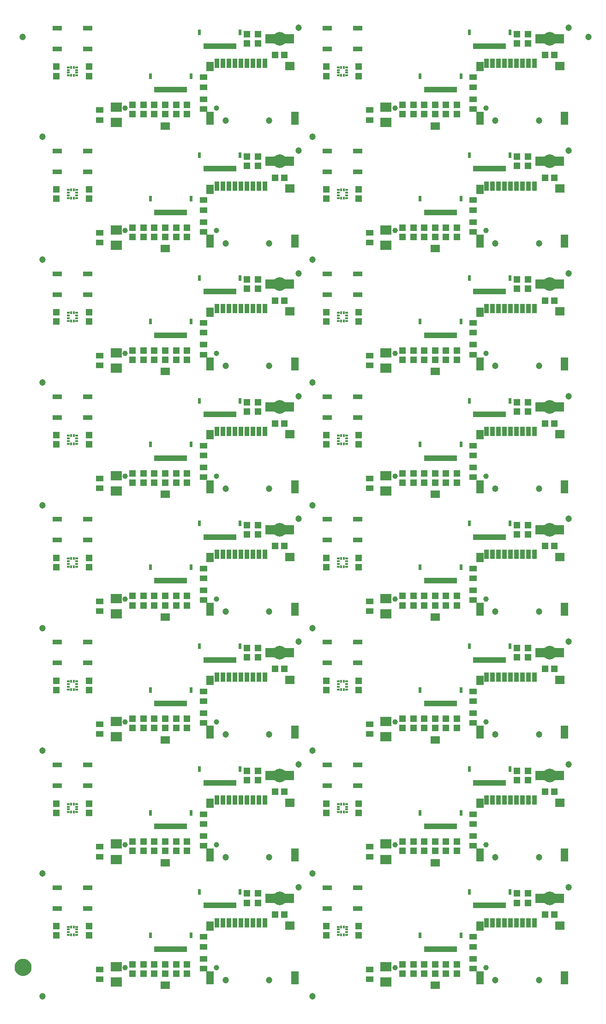
<source format=gts>
G04 EAGLE Gerber RS-274X export*
G75*
%MOMM*%
%FSLAX34Y34*%
%LPD*%
%INSoldermask Top*%
%IPPOS*%
%AMOC8*
5,1,8,0,0,1.08239X$1,22.5*%
G01*
%ADD10C,1.003200*%
%ADD11R,1.403200X1.003200*%
%ADD12R,1.203200X1.303200*%
%ADD13R,2.003200X1.803200*%
%ADD14R,0.838200X1.473200*%
%ADD15C,1.203200*%
%ADD16R,1.303200X1.203200*%
%ADD17R,1.703200X1.803200*%
%ADD18C,2.503200*%
%ADD19R,0.503200X1.003200*%
%ADD20R,0.603200X1.003200*%
%ADD21R,0.453200X0.478200*%
%ADD22R,0.478200X0.453200*%
%ADD23R,1.727200X0.965200*%
%ADD24R,0.903200X1.803200*%
%ADD25R,1.403200X2.403200*%
%ADD26R,1.803200X1.603200*%
%ADD27R,1.403200X1.803200*%
%ADD28C,1.270000*%
%ADD29C,1.703200*%


D10*
X161250Y63000D03*
X328750Y63000D03*
D11*
X115000Y59000D03*
X115000Y41000D03*
X305000Y119000D03*
X305000Y101000D03*
X305000Y61000D03*
X305000Y79000D03*
D12*
X195000Y51500D03*
X195000Y68500D03*
D13*
X145000Y64000D03*
X145000Y36000D03*
D12*
X175000Y51500D03*
X175000Y68500D03*
X275000Y51500D03*
X275000Y68500D03*
X235000Y68500D03*
X235000Y51500D03*
X255000Y51500D03*
X255000Y68500D03*
X215000Y51500D03*
X215000Y68500D03*
D14*
X230936Y30000D03*
X239064Y30000D03*
D15*
X480000Y210000D03*
X10000Y10000D03*
D12*
X385000Y181500D03*
X385000Y198500D03*
D16*
X436500Y160000D03*
X453500Y160000D03*
D17*
X427000Y190000D03*
X463000Y190000D03*
D18*
X445000Y190000D03*
D12*
X405000Y181500D03*
X405000Y198500D03*
D19*
X362500Y176500D03*
X357500Y176500D03*
D20*
X372500Y201500D03*
X297500Y201500D03*
D19*
X352500Y176500D03*
X347500Y176500D03*
X342500Y176500D03*
X337500Y176500D03*
X332500Y176500D03*
X327500Y176500D03*
X322500Y176500D03*
X317500Y176500D03*
X312500Y176500D03*
X307500Y176500D03*
D21*
X62500Y122500D03*
X67500Y122500D03*
X67500Y137500D03*
X62500Y137500D03*
D22*
X57500Y137500D03*
X57500Y132500D03*
X57500Y122500D03*
X57500Y127500D03*
X72500Y122500D03*
X72500Y127500D03*
X72500Y132500D03*
X72500Y137500D03*
D12*
X35000Y121500D03*
X35000Y138500D03*
X95000Y121500D03*
X95000Y138500D03*
D23*
X92940Y170950D03*
X37060Y170950D03*
X92940Y209050D03*
X37060Y209050D03*
D19*
X272500Y96500D03*
X267500Y96500D03*
D20*
X282500Y121500D03*
X207500Y121500D03*
D19*
X262500Y96500D03*
X257500Y96500D03*
X252500Y96500D03*
X247500Y96500D03*
X242500Y96500D03*
X237500Y96500D03*
X232500Y96500D03*
X227500Y96500D03*
X222500Y96500D03*
X217500Y96500D03*
D24*
X395500Y145000D03*
X406500Y145000D03*
X417500Y145000D03*
X384500Y145000D03*
X373500Y145000D03*
X362500Y145000D03*
X351500Y145000D03*
X340500Y145000D03*
X329500Y145000D03*
D15*
X425500Y40000D03*
X345500Y40000D03*
D25*
X472500Y44000D03*
X317500Y44000D03*
D26*
X463500Y140000D03*
D27*
X317500Y139000D03*
D10*
X656321Y63000D03*
X823821Y63000D03*
D11*
X610071Y59000D03*
X610071Y41000D03*
X800071Y119000D03*
X800071Y101000D03*
X800071Y61000D03*
X800071Y79000D03*
D12*
X690071Y51500D03*
X690071Y68500D03*
D13*
X640071Y64000D03*
X640071Y36000D03*
D12*
X670071Y51500D03*
X670071Y68500D03*
X770071Y51500D03*
X770071Y68500D03*
X730071Y68500D03*
X730071Y51500D03*
X750071Y51500D03*
X750071Y68500D03*
X710071Y51500D03*
X710071Y68500D03*
D14*
X726007Y30000D03*
X734135Y30000D03*
D15*
X975071Y210000D03*
X505071Y10000D03*
D12*
X880071Y181500D03*
X880071Y198500D03*
D16*
X931571Y160000D03*
X948571Y160000D03*
D17*
X922071Y190000D03*
X958071Y190000D03*
D18*
X940071Y190000D03*
D12*
X900071Y181500D03*
X900071Y198500D03*
D19*
X857571Y176500D03*
X852571Y176500D03*
D20*
X867571Y201500D03*
X792571Y201500D03*
D19*
X847571Y176500D03*
X842571Y176500D03*
X837571Y176500D03*
X832571Y176500D03*
X827571Y176500D03*
X822571Y176500D03*
X817571Y176500D03*
X812571Y176500D03*
X807571Y176500D03*
X802571Y176500D03*
D21*
X557571Y122500D03*
X562571Y122500D03*
X562571Y137500D03*
X557571Y137500D03*
D22*
X552571Y137500D03*
X552571Y132500D03*
X552571Y122500D03*
X552571Y127500D03*
X567571Y122500D03*
X567571Y127500D03*
X567571Y132500D03*
X567571Y137500D03*
D12*
X530071Y121500D03*
X530071Y138500D03*
X590071Y121500D03*
X590071Y138500D03*
D23*
X588011Y170950D03*
X532131Y170950D03*
X588011Y209050D03*
X532131Y209050D03*
D19*
X767571Y96500D03*
X762571Y96500D03*
D20*
X777571Y121500D03*
X702571Y121500D03*
D19*
X757571Y96500D03*
X752571Y96500D03*
X747571Y96500D03*
X742571Y96500D03*
X737571Y96500D03*
X732571Y96500D03*
X727571Y96500D03*
X722571Y96500D03*
X717571Y96500D03*
X712571Y96500D03*
D24*
X890571Y145000D03*
X901571Y145000D03*
X912571Y145000D03*
X879571Y145000D03*
X868571Y145000D03*
X857571Y145000D03*
X846571Y145000D03*
X835571Y145000D03*
X824571Y145000D03*
D15*
X920571Y40000D03*
X840571Y40000D03*
D25*
X967571Y44000D03*
X812571Y44000D03*
D26*
X958571Y140000D03*
D27*
X812571Y139000D03*
D10*
X161250Y288069D03*
X328750Y288069D03*
D11*
X115000Y284069D03*
X115000Y266069D03*
X305000Y344069D03*
X305000Y326069D03*
X305000Y286069D03*
X305000Y304069D03*
D12*
X195000Y276569D03*
X195000Y293569D03*
D13*
X145000Y289069D03*
X145000Y261069D03*
D12*
X175000Y276569D03*
X175000Y293569D03*
X275000Y276569D03*
X275000Y293569D03*
X235000Y293569D03*
X235000Y276569D03*
X255000Y276569D03*
X255000Y293569D03*
X215000Y276569D03*
X215000Y293569D03*
D14*
X230936Y255069D03*
X239064Y255069D03*
D15*
X480000Y435069D03*
X10000Y235069D03*
D12*
X385000Y406569D03*
X385000Y423569D03*
D16*
X436500Y385069D03*
X453500Y385069D03*
D17*
X427000Y415069D03*
X463000Y415069D03*
D18*
X445000Y415069D03*
D12*
X405000Y406569D03*
X405000Y423569D03*
D19*
X362500Y401569D03*
X357500Y401569D03*
D20*
X372500Y426569D03*
X297500Y426569D03*
D19*
X352500Y401569D03*
X347500Y401569D03*
X342500Y401569D03*
X337500Y401569D03*
X332500Y401569D03*
X327500Y401569D03*
X322500Y401569D03*
X317500Y401569D03*
X312500Y401569D03*
X307500Y401569D03*
D21*
X62500Y347569D03*
X67500Y347569D03*
X67500Y362569D03*
X62500Y362569D03*
D22*
X57500Y362569D03*
X57500Y357569D03*
X57500Y347569D03*
X57500Y352569D03*
X72500Y347569D03*
X72500Y352569D03*
X72500Y357569D03*
X72500Y362569D03*
D12*
X35000Y346569D03*
X35000Y363569D03*
X95000Y346569D03*
X95000Y363569D03*
D23*
X92940Y396019D03*
X37060Y396019D03*
X92940Y434119D03*
X37060Y434119D03*
D19*
X272500Y321569D03*
X267500Y321569D03*
D20*
X282500Y346569D03*
X207500Y346569D03*
D19*
X262500Y321569D03*
X257500Y321569D03*
X252500Y321569D03*
X247500Y321569D03*
X242500Y321569D03*
X237500Y321569D03*
X232500Y321569D03*
X227500Y321569D03*
X222500Y321569D03*
X217500Y321569D03*
D24*
X395500Y370069D03*
X406500Y370069D03*
X417500Y370069D03*
X384500Y370069D03*
X373500Y370069D03*
X362500Y370069D03*
X351500Y370069D03*
X340500Y370069D03*
X329500Y370069D03*
D15*
X425500Y265069D03*
X345500Y265069D03*
D25*
X472500Y269069D03*
X317500Y269069D03*
D26*
X463500Y365069D03*
D27*
X317500Y364069D03*
D10*
X656321Y288069D03*
X823821Y288069D03*
D11*
X610071Y284069D03*
X610071Y266069D03*
X800071Y344069D03*
X800071Y326069D03*
X800071Y286069D03*
X800071Y304069D03*
D12*
X690071Y276569D03*
X690071Y293569D03*
D13*
X640071Y289069D03*
X640071Y261069D03*
D12*
X670071Y276569D03*
X670071Y293569D03*
X770071Y276569D03*
X770071Y293569D03*
X730071Y293569D03*
X730071Y276569D03*
X750071Y276569D03*
X750071Y293569D03*
X710071Y276569D03*
X710071Y293569D03*
D14*
X726007Y255069D03*
X734135Y255069D03*
D15*
X975071Y435069D03*
X505071Y235069D03*
D12*
X880071Y406569D03*
X880071Y423569D03*
D16*
X931571Y385069D03*
X948571Y385069D03*
D17*
X922071Y415069D03*
X958071Y415069D03*
D18*
X940071Y415069D03*
D12*
X900071Y406569D03*
X900071Y423569D03*
D19*
X857571Y401569D03*
X852571Y401569D03*
D20*
X867571Y426569D03*
X792571Y426569D03*
D19*
X847571Y401569D03*
X842571Y401569D03*
X837571Y401569D03*
X832571Y401569D03*
X827571Y401569D03*
X822571Y401569D03*
X817571Y401569D03*
X812571Y401569D03*
X807571Y401569D03*
X802571Y401569D03*
D21*
X557571Y347569D03*
X562571Y347569D03*
X562571Y362569D03*
X557571Y362569D03*
D22*
X552571Y362569D03*
X552571Y357569D03*
X552571Y347569D03*
X552571Y352569D03*
X567571Y347569D03*
X567571Y352569D03*
X567571Y357569D03*
X567571Y362569D03*
D12*
X530071Y346569D03*
X530071Y363569D03*
X590071Y346569D03*
X590071Y363569D03*
D23*
X588011Y396019D03*
X532131Y396019D03*
X588011Y434119D03*
X532131Y434119D03*
D19*
X767571Y321569D03*
X762571Y321569D03*
D20*
X777571Y346569D03*
X702571Y346569D03*
D19*
X757571Y321569D03*
X752571Y321569D03*
X747571Y321569D03*
X742571Y321569D03*
X737571Y321569D03*
X732571Y321569D03*
X727571Y321569D03*
X722571Y321569D03*
X717571Y321569D03*
X712571Y321569D03*
D24*
X890571Y370069D03*
X901571Y370069D03*
X912571Y370069D03*
X879571Y370069D03*
X868571Y370069D03*
X857571Y370069D03*
X846571Y370069D03*
X835571Y370069D03*
X824571Y370069D03*
D15*
X920571Y265069D03*
X840571Y265069D03*
D25*
X967571Y269069D03*
X812571Y269069D03*
D26*
X958571Y365069D03*
D27*
X812571Y364069D03*
D10*
X161250Y513164D03*
X328750Y513164D03*
D11*
X115000Y509164D03*
X115000Y491164D03*
X305000Y569164D03*
X305000Y551164D03*
X305000Y511164D03*
X305000Y529164D03*
D12*
X195000Y501664D03*
X195000Y518664D03*
D13*
X145000Y514164D03*
X145000Y486164D03*
D12*
X175000Y501664D03*
X175000Y518664D03*
X275000Y501664D03*
X275000Y518664D03*
X235000Y518664D03*
X235000Y501664D03*
X255000Y501664D03*
X255000Y518664D03*
X215000Y501664D03*
X215000Y518664D03*
D14*
X230936Y480164D03*
X239064Y480164D03*
D15*
X480000Y660164D03*
X10000Y460164D03*
D12*
X385000Y631664D03*
X385000Y648664D03*
D16*
X436500Y610164D03*
X453500Y610164D03*
D17*
X427000Y640164D03*
X463000Y640164D03*
D18*
X445000Y640164D03*
D12*
X405000Y631664D03*
X405000Y648664D03*
D19*
X362500Y626664D03*
X357500Y626664D03*
D20*
X372500Y651664D03*
X297500Y651664D03*
D19*
X352500Y626664D03*
X347500Y626664D03*
X342500Y626664D03*
X337500Y626664D03*
X332500Y626664D03*
X327500Y626664D03*
X322500Y626664D03*
X317500Y626664D03*
X312500Y626664D03*
X307500Y626664D03*
D21*
X62500Y572664D03*
X67500Y572664D03*
X67500Y587664D03*
X62500Y587664D03*
D22*
X57500Y587664D03*
X57500Y582664D03*
X57500Y572664D03*
X57500Y577664D03*
X72500Y572664D03*
X72500Y577664D03*
X72500Y582664D03*
X72500Y587664D03*
D12*
X35000Y571664D03*
X35000Y588664D03*
X95000Y571664D03*
X95000Y588664D03*
D23*
X92940Y621114D03*
X37060Y621114D03*
X92940Y659214D03*
X37060Y659214D03*
D19*
X272500Y546664D03*
X267500Y546664D03*
D20*
X282500Y571664D03*
X207500Y571664D03*
D19*
X262500Y546664D03*
X257500Y546664D03*
X252500Y546664D03*
X247500Y546664D03*
X242500Y546664D03*
X237500Y546664D03*
X232500Y546664D03*
X227500Y546664D03*
X222500Y546664D03*
X217500Y546664D03*
D24*
X395500Y595164D03*
X406500Y595164D03*
X417500Y595164D03*
X384500Y595164D03*
X373500Y595164D03*
X362500Y595164D03*
X351500Y595164D03*
X340500Y595164D03*
X329500Y595164D03*
D15*
X425500Y490164D03*
X345500Y490164D03*
D25*
X472500Y494164D03*
X317500Y494164D03*
D26*
X463500Y590164D03*
D27*
X317500Y589164D03*
D10*
X656321Y513164D03*
X823821Y513164D03*
D11*
X610071Y509164D03*
X610071Y491164D03*
X800071Y569164D03*
X800071Y551164D03*
X800071Y511164D03*
X800071Y529164D03*
D12*
X690071Y501664D03*
X690071Y518664D03*
D13*
X640071Y514164D03*
X640071Y486164D03*
D12*
X670071Y501664D03*
X670071Y518664D03*
X770071Y501664D03*
X770071Y518664D03*
X730071Y518664D03*
X730071Y501664D03*
X750071Y501664D03*
X750071Y518664D03*
X710071Y501664D03*
X710071Y518664D03*
D14*
X726007Y480164D03*
X734135Y480164D03*
D15*
X975071Y660164D03*
X505071Y460164D03*
D12*
X880071Y631664D03*
X880071Y648664D03*
D16*
X931571Y610164D03*
X948571Y610164D03*
D17*
X922071Y640164D03*
X958071Y640164D03*
D18*
X940071Y640164D03*
D12*
X900071Y631664D03*
X900071Y648664D03*
D19*
X857571Y626664D03*
X852571Y626664D03*
D20*
X867571Y651664D03*
X792571Y651664D03*
D19*
X847571Y626664D03*
X842571Y626664D03*
X837571Y626664D03*
X832571Y626664D03*
X827571Y626664D03*
X822571Y626664D03*
X817571Y626664D03*
X812571Y626664D03*
X807571Y626664D03*
X802571Y626664D03*
D21*
X557571Y572664D03*
X562571Y572664D03*
X562571Y587664D03*
X557571Y587664D03*
D22*
X552571Y587664D03*
X552571Y582664D03*
X552571Y572664D03*
X552571Y577664D03*
X567571Y572664D03*
X567571Y577664D03*
X567571Y582664D03*
X567571Y587664D03*
D12*
X530071Y571664D03*
X530071Y588664D03*
X590071Y571664D03*
X590071Y588664D03*
D23*
X588011Y621114D03*
X532131Y621114D03*
X588011Y659214D03*
X532131Y659214D03*
D19*
X767571Y546664D03*
X762571Y546664D03*
D20*
X777571Y571664D03*
X702571Y571664D03*
D19*
X757571Y546664D03*
X752571Y546664D03*
X747571Y546664D03*
X742571Y546664D03*
X737571Y546664D03*
X732571Y546664D03*
X727571Y546664D03*
X722571Y546664D03*
X717571Y546664D03*
X712571Y546664D03*
D24*
X890571Y595164D03*
X901571Y595164D03*
X912571Y595164D03*
X879571Y595164D03*
X868571Y595164D03*
X857571Y595164D03*
X846571Y595164D03*
X835571Y595164D03*
X824571Y595164D03*
D15*
X920571Y490164D03*
X840571Y490164D03*
D25*
X967571Y494164D03*
X812571Y494164D03*
D26*
X958571Y590164D03*
D27*
X812571Y589164D03*
D10*
X161250Y738234D03*
X328750Y738234D03*
D11*
X115000Y734234D03*
X115000Y716234D03*
X305000Y794234D03*
X305000Y776234D03*
X305000Y736234D03*
X305000Y754234D03*
D12*
X195000Y726734D03*
X195000Y743734D03*
D13*
X145000Y739234D03*
X145000Y711234D03*
D12*
X175000Y726734D03*
X175000Y743734D03*
X275000Y726734D03*
X275000Y743734D03*
X235000Y743734D03*
X235000Y726734D03*
X255000Y726734D03*
X255000Y743734D03*
X215000Y726734D03*
X215000Y743734D03*
D14*
X230936Y705234D03*
X239064Y705234D03*
D15*
X480000Y885234D03*
X10000Y685234D03*
D12*
X385000Y856734D03*
X385000Y873734D03*
D16*
X436500Y835234D03*
X453500Y835234D03*
D17*
X427000Y865234D03*
X463000Y865234D03*
D18*
X445000Y865234D03*
D12*
X405000Y856734D03*
X405000Y873734D03*
D19*
X362500Y851734D03*
X357500Y851734D03*
D20*
X372500Y876734D03*
X297500Y876734D03*
D19*
X352500Y851734D03*
X347500Y851734D03*
X342500Y851734D03*
X337500Y851734D03*
X332500Y851734D03*
X327500Y851734D03*
X322500Y851734D03*
X317500Y851734D03*
X312500Y851734D03*
X307500Y851734D03*
D21*
X62500Y797734D03*
X67500Y797734D03*
X67500Y812734D03*
X62500Y812734D03*
D22*
X57500Y812734D03*
X57500Y807734D03*
X57500Y797734D03*
X57500Y802734D03*
X72500Y797734D03*
X72500Y802734D03*
X72500Y807734D03*
X72500Y812734D03*
D12*
X35000Y796734D03*
X35000Y813734D03*
X95000Y796734D03*
X95000Y813734D03*
D23*
X92940Y846184D03*
X37060Y846184D03*
X92940Y884284D03*
X37060Y884284D03*
D19*
X272500Y771734D03*
X267500Y771734D03*
D20*
X282500Y796734D03*
X207500Y796734D03*
D19*
X262500Y771734D03*
X257500Y771734D03*
X252500Y771734D03*
X247500Y771734D03*
X242500Y771734D03*
X237500Y771734D03*
X232500Y771734D03*
X227500Y771734D03*
X222500Y771734D03*
X217500Y771734D03*
D24*
X395500Y820234D03*
X406500Y820234D03*
X417500Y820234D03*
X384500Y820234D03*
X373500Y820234D03*
X362500Y820234D03*
X351500Y820234D03*
X340500Y820234D03*
X329500Y820234D03*
D15*
X425500Y715234D03*
X345500Y715234D03*
D25*
X472500Y719234D03*
X317500Y719234D03*
D26*
X463500Y815234D03*
D27*
X317500Y814234D03*
D10*
X656321Y738234D03*
X823821Y738234D03*
D11*
X610071Y734234D03*
X610071Y716234D03*
X800071Y794234D03*
X800071Y776234D03*
X800071Y736234D03*
X800071Y754234D03*
D12*
X690071Y726734D03*
X690071Y743734D03*
D13*
X640071Y739234D03*
X640071Y711234D03*
D12*
X670071Y726734D03*
X670071Y743734D03*
X770071Y726734D03*
X770071Y743734D03*
X730071Y743734D03*
X730071Y726734D03*
X750071Y726734D03*
X750071Y743734D03*
X710071Y726734D03*
X710071Y743734D03*
D14*
X726007Y705234D03*
X734135Y705234D03*
D15*
X975071Y885234D03*
X505071Y685234D03*
D12*
X880071Y856734D03*
X880071Y873734D03*
D16*
X931571Y835234D03*
X948571Y835234D03*
D17*
X922071Y865234D03*
X958071Y865234D03*
D18*
X940071Y865234D03*
D12*
X900071Y856734D03*
X900071Y873734D03*
D19*
X857571Y851734D03*
X852571Y851734D03*
D20*
X867571Y876734D03*
X792571Y876734D03*
D19*
X847571Y851734D03*
X842571Y851734D03*
X837571Y851734D03*
X832571Y851734D03*
X827571Y851734D03*
X822571Y851734D03*
X817571Y851734D03*
X812571Y851734D03*
X807571Y851734D03*
X802571Y851734D03*
D21*
X557571Y797734D03*
X562571Y797734D03*
X562571Y812734D03*
X557571Y812734D03*
D22*
X552571Y812734D03*
X552571Y807734D03*
X552571Y797734D03*
X552571Y802734D03*
X567571Y797734D03*
X567571Y802734D03*
X567571Y807734D03*
X567571Y812734D03*
D12*
X530071Y796734D03*
X530071Y813734D03*
X590071Y796734D03*
X590071Y813734D03*
D23*
X588011Y846184D03*
X532131Y846184D03*
X588011Y884284D03*
X532131Y884284D03*
D19*
X767571Y771734D03*
X762571Y771734D03*
D20*
X777571Y796734D03*
X702571Y796734D03*
D19*
X757571Y771734D03*
X752571Y771734D03*
X747571Y771734D03*
X742571Y771734D03*
X737571Y771734D03*
X732571Y771734D03*
X727571Y771734D03*
X722571Y771734D03*
X717571Y771734D03*
X712571Y771734D03*
D24*
X890571Y820234D03*
X901571Y820234D03*
X912571Y820234D03*
X879571Y820234D03*
X868571Y820234D03*
X857571Y820234D03*
X846571Y820234D03*
X835571Y820234D03*
X824571Y820234D03*
D15*
X920571Y715234D03*
X840571Y715234D03*
D25*
X967571Y719234D03*
X812571Y719234D03*
D26*
X958571Y815234D03*
D27*
X812571Y814234D03*
D10*
X161250Y963328D03*
X328750Y963328D03*
D11*
X115000Y959328D03*
X115000Y941328D03*
X305000Y1019328D03*
X305000Y1001328D03*
X305000Y961328D03*
X305000Y979328D03*
D12*
X195000Y951828D03*
X195000Y968828D03*
D13*
X145000Y964328D03*
X145000Y936328D03*
D12*
X175000Y951828D03*
X175000Y968828D03*
X275000Y951828D03*
X275000Y968828D03*
X235000Y968828D03*
X235000Y951828D03*
X255000Y951828D03*
X255000Y968828D03*
X215000Y951828D03*
X215000Y968828D03*
D14*
X230936Y930328D03*
X239064Y930328D03*
D15*
X480000Y1110328D03*
X10000Y910328D03*
D12*
X385000Y1081828D03*
X385000Y1098828D03*
D16*
X436500Y1060328D03*
X453500Y1060328D03*
D17*
X427000Y1090328D03*
X463000Y1090328D03*
D18*
X445000Y1090328D03*
D12*
X405000Y1081828D03*
X405000Y1098828D03*
D19*
X362500Y1076828D03*
X357500Y1076828D03*
D20*
X372500Y1101828D03*
X297500Y1101828D03*
D19*
X352500Y1076828D03*
X347500Y1076828D03*
X342500Y1076828D03*
X337500Y1076828D03*
X332500Y1076828D03*
X327500Y1076828D03*
X322500Y1076828D03*
X317500Y1076828D03*
X312500Y1076828D03*
X307500Y1076828D03*
D21*
X62500Y1022828D03*
X67500Y1022828D03*
X67500Y1037828D03*
X62500Y1037828D03*
D22*
X57500Y1037828D03*
X57500Y1032828D03*
X57500Y1022828D03*
X57500Y1027828D03*
X72500Y1022828D03*
X72500Y1027828D03*
X72500Y1032828D03*
X72500Y1037828D03*
D12*
X35000Y1021828D03*
X35000Y1038828D03*
X95000Y1021828D03*
X95000Y1038828D03*
D23*
X92940Y1071278D03*
X37060Y1071278D03*
X92940Y1109378D03*
X37060Y1109378D03*
D19*
X272500Y996828D03*
X267500Y996828D03*
D20*
X282500Y1021828D03*
X207500Y1021828D03*
D19*
X262500Y996828D03*
X257500Y996828D03*
X252500Y996828D03*
X247500Y996828D03*
X242500Y996828D03*
X237500Y996828D03*
X232500Y996828D03*
X227500Y996828D03*
X222500Y996828D03*
X217500Y996828D03*
D24*
X395500Y1045328D03*
X406500Y1045328D03*
X417500Y1045328D03*
X384500Y1045328D03*
X373500Y1045328D03*
X362500Y1045328D03*
X351500Y1045328D03*
X340500Y1045328D03*
X329500Y1045328D03*
D15*
X425500Y940328D03*
X345500Y940328D03*
D25*
X472500Y944328D03*
X317500Y944328D03*
D26*
X463500Y1040328D03*
D27*
X317500Y1039328D03*
D10*
X656321Y963328D03*
X823821Y963328D03*
D11*
X610071Y959328D03*
X610071Y941328D03*
X800071Y1019328D03*
X800071Y1001328D03*
X800071Y961328D03*
X800071Y979328D03*
D12*
X690071Y951828D03*
X690071Y968828D03*
D13*
X640071Y964328D03*
X640071Y936328D03*
D12*
X670071Y951828D03*
X670071Y968828D03*
X770071Y951828D03*
X770071Y968828D03*
X730071Y968828D03*
X730071Y951828D03*
X750071Y951828D03*
X750071Y968828D03*
X710071Y951828D03*
X710071Y968828D03*
D14*
X726007Y930328D03*
X734135Y930328D03*
D15*
X975071Y1110328D03*
X505071Y910328D03*
D12*
X880071Y1081828D03*
X880071Y1098828D03*
D16*
X931571Y1060328D03*
X948571Y1060328D03*
D17*
X922071Y1090328D03*
X958071Y1090328D03*
D18*
X940071Y1090328D03*
D12*
X900071Y1081828D03*
X900071Y1098828D03*
D19*
X857571Y1076828D03*
X852571Y1076828D03*
D20*
X867571Y1101828D03*
X792571Y1101828D03*
D19*
X847571Y1076828D03*
X842571Y1076828D03*
X837571Y1076828D03*
X832571Y1076828D03*
X827571Y1076828D03*
X822571Y1076828D03*
X817571Y1076828D03*
X812571Y1076828D03*
X807571Y1076828D03*
X802571Y1076828D03*
D21*
X557571Y1022828D03*
X562571Y1022828D03*
X562571Y1037828D03*
X557571Y1037828D03*
D22*
X552571Y1037828D03*
X552571Y1032828D03*
X552571Y1022828D03*
X552571Y1027828D03*
X567571Y1022828D03*
X567571Y1027828D03*
X567571Y1032828D03*
X567571Y1037828D03*
D12*
X530071Y1021828D03*
X530071Y1038828D03*
X590071Y1021828D03*
X590071Y1038828D03*
D23*
X588011Y1071278D03*
X532131Y1071278D03*
X588011Y1109378D03*
X532131Y1109378D03*
D19*
X767571Y996828D03*
X762571Y996828D03*
D20*
X777571Y1021828D03*
X702571Y1021828D03*
D19*
X757571Y996828D03*
X752571Y996828D03*
X747571Y996828D03*
X742571Y996828D03*
X737571Y996828D03*
X732571Y996828D03*
X727571Y996828D03*
X722571Y996828D03*
X717571Y996828D03*
X712571Y996828D03*
D24*
X890571Y1045328D03*
X901571Y1045328D03*
X912571Y1045328D03*
X879571Y1045328D03*
X868571Y1045328D03*
X857571Y1045328D03*
X846571Y1045328D03*
X835571Y1045328D03*
X824571Y1045328D03*
D15*
X920571Y940328D03*
X840571Y940328D03*
D25*
X967571Y944328D03*
X812571Y944328D03*
D26*
X958571Y1040328D03*
D27*
X812571Y1039328D03*
D10*
X161250Y1188398D03*
X328750Y1188398D03*
D11*
X115000Y1184398D03*
X115000Y1166398D03*
X305000Y1244398D03*
X305000Y1226398D03*
X305000Y1186398D03*
X305000Y1204398D03*
D12*
X195000Y1176898D03*
X195000Y1193898D03*
D13*
X145000Y1189398D03*
X145000Y1161398D03*
D12*
X175000Y1176898D03*
X175000Y1193898D03*
X275000Y1176898D03*
X275000Y1193898D03*
X235000Y1193898D03*
X235000Y1176898D03*
X255000Y1176898D03*
X255000Y1193898D03*
X215000Y1176898D03*
X215000Y1193898D03*
D14*
X230936Y1155398D03*
X239064Y1155398D03*
D15*
X480000Y1335398D03*
X10000Y1135398D03*
D12*
X385000Y1306898D03*
X385000Y1323898D03*
D16*
X436500Y1285398D03*
X453500Y1285398D03*
D17*
X427000Y1315398D03*
X463000Y1315398D03*
D18*
X445000Y1315398D03*
D12*
X405000Y1306898D03*
X405000Y1323898D03*
D19*
X362500Y1301898D03*
X357500Y1301898D03*
D20*
X372500Y1326898D03*
X297500Y1326898D03*
D19*
X352500Y1301898D03*
X347500Y1301898D03*
X342500Y1301898D03*
X337500Y1301898D03*
X332500Y1301898D03*
X327500Y1301898D03*
X322500Y1301898D03*
X317500Y1301898D03*
X312500Y1301898D03*
X307500Y1301898D03*
D21*
X62500Y1247898D03*
X67500Y1247898D03*
X67500Y1262898D03*
X62500Y1262898D03*
D22*
X57500Y1262898D03*
X57500Y1257898D03*
X57500Y1247898D03*
X57500Y1252898D03*
X72500Y1247898D03*
X72500Y1252898D03*
X72500Y1257898D03*
X72500Y1262898D03*
D12*
X35000Y1246898D03*
X35000Y1263898D03*
X95000Y1246898D03*
X95000Y1263898D03*
D23*
X92940Y1296348D03*
X37060Y1296348D03*
X92940Y1334448D03*
X37060Y1334448D03*
D19*
X272500Y1221898D03*
X267500Y1221898D03*
D20*
X282500Y1246898D03*
X207500Y1246898D03*
D19*
X262500Y1221898D03*
X257500Y1221898D03*
X252500Y1221898D03*
X247500Y1221898D03*
X242500Y1221898D03*
X237500Y1221898D03*
X232500Y1221898D03*
X227500Y1221898D03*
X222500Y1221898D03*
X217500Y1221898D03*
D24*
X395500Y1270398D03*
X406500Y1270398D03*
X417500Y1270398D03*
X384500Y1270398D03*
X373500Y1270398D03*
X362500Y1270398D03*
X351500Y1270398D03*
X340500Y1270398D03*
X329500Y1270398D03*
D15*
X425500Y1165398D03*
X345500Y1165398D03*
D25*
X472500Y1169398D03*
X317500Y1169398D03*
D26*
X463500Y1265398D03*
D27*
X317500Y1264398D03*
D10*
X656321Y1188398D03*
X823821Y1188398D03*
D11*
X610071Y1184398D03*
X610071Y1166398D03*
X800071Y1244398D03*
X800071Y1226398D03*
X800071Y1186398D03*
X800071Y1204398D03*
D12*
X690071Y1176898D03*
X690071Y1193898D03*
D13*
X640071Y1189398D03*
X640071Y1161398D03*
D12*
X670071Y1176898D03*
X670071Y1193898D03*
X770071Y1176898D03*
X770071Y1193898D03*
X730071Y1193898D03*
X730071Y1176898D03*
X750071Y1176898D03*
X750071Y1193898D03*
X710071Y1176898D03*
X710071Y1193898D03*
D14*
X726007Y1155398D03*
X734135Y1155398D03*
D15*
X975071Y1335398D03*
X505071Y1135398D03*
D12*
X880071Y1306898D03*
X880071Y1323898D03*
D16*
X931571Y1285398D03*
X948571Y1285398D03*
D17*
X922071Y1315398D03*
X958071Y1315398D03*
D18*
X940071Y1315398D03*
D12*
X900071Y1306898D03*
X900071Y1323898D03*
D19*
X857571Y1301898D03*
X852571Y1301898D03*
D20*
X867571Y1326898D03*
X792571Y1326898D03*
D19*
X847571Y1301898D03*
X842571Y1301898D03*
X837571Y1301898D03*
X832571Y1301898D03*
X827571Y1301898D03*
X822571Y1301898D03*
X817571Y1301898D03*
X812571Y1301898D03*
X807571Y1301898D03*
X802571Y1301898D03*
D21*
X557571Y1247898D03*
X562571Y1247898D03*
X562571Y1262898D03*
X557571Y1262898D03*
D22*
X552571Y1262898D03*
X552571Y1257898D03*
X552571Y1247898D03*
X552571Y1252898D03*
X567571Y1247898D03*
X567571Y1252898D03*
X567571Y1257898D03*
X567571Y1262898D03*
D12*
X530071Y1246898D03*
X530071Y1263898D03*
X590071Y1246898D03*
X590071Y1263898D03*
D23*
X588011Y1296348D03*
X532131Y1296348D03*
X588011Y1334448D03*
X532131Y1334448D03*
D19*
X767571Y1221898D03*
X762571Y1221898D03*
D20*
X777571Y1246898D03*
X702571Y1246898D03*
D19*
X757571Y1221898D03*
X752571Y1221898D03*
X747571Y1221898D03*
X742571Y1221898D03*
X737571Y1221898D03*
X732571Y1221898D03*
X727571Y1221898D03*
X722571Y1221898D03*
X717571Y1221898D03*
X712571Y1221898D03*
D24*
X890571Y1270398D03*
X901571Y1270398D03*
X912571Y1270398D03*
X879571Y1270398D03*
X868571Y1270398D03*
X857571Y1270398D03*
X846571Y1270398D03*
X835571Y1270398D03*
X824571Y1270398D03*
D15*
X920571Y1165398D03*
X840571Y1165398D03*
D25*
X967571Y1169398D03*
X812571Y1169398D03*
D26*
X958571Y1265398D03*
D27*
X812571Y1264398D03*
D10*
X161250Y1413493D03*
X328750Y1413493D03*
D11*
X115000Y1409493D03*
X115000Y1391493D03*
X305000Y1469493D03*
X305000Y1451493D03*
X305000Y1411493D03*
X305000Y1429493D03*
D12*
X195000Y1401993D03*
X195000Y1418993D03*
D13*
X145000Y1414493D03*
X145000Y1386493D03*
D12*
X175000Y1401993D03*
X175000Y1418993D03*
X275000Y1401993D03*
X275000Y1418993D03*
X235000Y1418993D03*
X235000Y1401993D03*
X255000Y1401993D03*
X255000Y1418993D03*
X215000Y1401993D03*
X215000Y1418993D03*
D14*
X230936Y1380493D03*
X239064Y1380493D03*
D15*
X480000Y1560493D03*
X10000Y1360493D03*
D12*
X385000Y1531993D03*
X385000Y1548993D03*
D16*
X436500Y1510493D03*
X453500Y1510493D03*
D17*
X427000Y1540493D03*
X463000Y1540493D03*
D18*
X445000Y1540493D03*
D12*
X405000Y1531993D03*
X405000Y1548993D03*
D19*
X362500Y1526993D03*
X357500Y1526993D03*
D20*
X372500Y1551993D03*
X297500Y1551993D03*
D19*
X352500Y1526993D03*
X347500Y1526993D03*
X342500Y1526993D03*
X337500Y1526993D03*
X332500Y1526993D03*
X327500Y1526993D03*
X322500Y1526993D03*
X317500Y1526993D03*
X312500Y1526993D03*
X307500Y1526993D03*
D21*
X62500Y1472993D03*
X67500Y1472993D03*
X67500Y1487993D03*
X62500Y1487993D03*
D22*
X57500Y1487993D03*
X57500Y1482993D03*
X57500Y1472993D03*
X57500Y1477993D03*
X72500Y1472993D03*
X72500Y1477993D03*
X72500Y1482993D03*
X72500Y1487993D03*
D12*
X35000Y1471993D03*
X35000Y1488993D03*
X95000Y1471993D03*
X95000Y1488993D03*
D23*
X92940Y1521443D03*
X37060Y1521443D03*
X92940Y1559543D03*
X37060Y1559543D03*
D19*
X272500Y1446993D03*
X267500Y1446993D03*
D20*
X282500Y1471993D03*
X207500Y1471993D03*
D19*
X262500Y1446993D03*
X257500Y1446993D03*
X252500Y1446993D03*
X247500Y1446993D03*
X242500Y1446993D03*
X237500Y1446993D03*
X232500Y1446993D03*
X227500Y1446993D03*
X222500Y1446993D03*
X217500Y1446993D03*
D24*
X395500Y1495493D03*
X406500Y1495493D03*
X417500Y1495493D03*
X384500Y1495493D03*
X373500Y1495493D03*
X362500Y1495493D03*
X351500Y1495493D03*
X340500Y1495493D03*
X329500Y1495493D03*
D15*
X425500Y1390493D03*
X345500Y1390493D03*
D25*
X472500Y1394493D03*
X317500Y1394493D03*
D26*
X463500Y1490493D03*
D27*
X317500Y1489493D03*
D10*
X656321Y1413493D03*
X823821Y1413493D03*
D11*
X610071Y1409493D03*
X610071Y1391493D03*
X800071Y1469493D03*
X800071Y1451493D03*
X800071Y1411493D03*
X800071Y1429493D03*
D12*
X690071Y1401993D03*
X690071Y1418993D03*
D13*
X640071Y1414493D03*
X640071Y1386493D03*
D12*
X670071Y1401993D03*
X670071Y1418993D03*
X770071Y1401993D03*
X770071Y1418993D03*
X730071Y1418993D03*
X730071Y1401993D03*
X750071Y1401993D03*
X750071Y1418993D03*
X710071Y1401993D03*
X710071Y1418993D03*
D14*
X726007Y1380493D03*
X734135Y1380493D03*
D15*
X975071Y1560493D03*
X505071Y1360493D03*
D12*
X880071Y1531993D03*
X880071Y1548993D03*
D16*
X931571Y1510493D03*
X948571Y1510493D03*
D17*
X922071Y1540493D03*
X958071Y1540493D03*
D18*
X940071Y1540493D03*
D12*
X900071Y1531993D03*
X900071Y1548993D03*
D19*
X857571Y1526993D03*
X852571Y1526993D03*
D20*
X867571Y1551993D03*
X792571Y1551993D03*
D19*
X847571Y1526993D03*
X842571Y1526993D03*
X837571Y1526993D03*
X832571Y1526993D03*
X827571Y1526993D03*
X822571Y1526993D03*
X817571Y1526993D03*
X812571Y1526993D03*
X807571Y1526993D03*
X802571Y1526993D03*
D21*
X557571Y1472993D03*
X562571Y1472993D03*
X562571Y1487993D03*
X557571Y1487993D03*
D22*
X552571Y1487993D03*
X552571Y1482993D03*
X552571Y1472993D03*
X552571Y1477993D03*
X567571Y1472993D03*
X567571Y1477993D03*
X567571Y1482993D03*
X567571Y1487993D03*
D12*
X530071Y1471993D03*
X530071Y1488993D03*
X590071Y1471993D03*
X590071Y1488993D03*
D23*
X588011Y1521443D03*
X532131Y1521443D03*
X588011Y1559543D03*
X532131Y1559543D03*
D19*
X767571Y1446993D03*
X762571Y1446993D03*
D20*
X777571Y1471993D03*
X702571Y1471993D03*
D19*
X757571Y1446993D03*
X752571Y1446993D03*
X747571Y1446993D03*
X742571Y1446993D03*
X737571Y1446993D03*
X732571Y1446993D03*
X727571Y1446993D03*
X722571Y1446993D03*
X717571Y1446993D03*
X712571Y1446993D03*
D24*
X890571Y1495493D03*
X901571Y1495493D03*
X912571Y1495493D03*
X879571Y1495493D03*
X868571Y1495493D03*
X857571Y1495493D03*
X846571Y1495493D03*
X835571Y1495493D03*
X824571Y1495493D03*
D15*
X920571Y1390493D03*
X840571Y1390493D03*
D25*
X967571Y1394493D03*
X812571Y1394493D03*
D26*
X958571Y1490493D03*
D27*
X812571Y1489493D03*
D10*
X161250Y1638562D03*
X328750Y1638562D03*
D11*
X115000Y1634562D03*
X115000Y1616562D03*
X305000Y1694562D03*
X305000Y1676562D03*
X305000Y1636562D03*
X305000Y1654562D03*
D12*
X195000Y1627062D03*
X195000Y1644062D03*
D13*
X145000Y1639562D03*
X145000Y1611562D03*
D12*
X175000Y1627062D03*
X175000Y1644062D03*
X275000Y1627062D03*
X275000Y1644062D03*
X235000Y1644062D03*
X235000Y1627062D03*
X255000Y1627062D03*
X255000Y1644062D03*
X215000Y1627062D03*
X215000Y1644062D03*
D14*
X230936Y1605562D03*
X239064Y1605562D03*
D15*
X480000Y1785562D03*
X10000Y1585562D03*
D12*
X385000Y1757062D03*
X385000Y1774062D03*
D16*
X436500Y1735562D03*
X453500Y1735562D03*
D17*
X427000Y1765562D03*
X463000Y1765562D03*
D18*
X445000Y1765562D03*
D12*
X405000Y1757062D03*
X405000Y1774062D03*
D19*
X362500Y1752062D03*
X357500Y1752062D03*
D20*
X372500Y1777062D03*
X297500Y1777062D03*
D19*
X352500Y1752062D03*
X347500Y1752062D03*
X342500Y1752062D03*
X337500Y1752062D03*
X332500Y1752062D03*
X327500Y1752062D03*
X322500Y1752062D03*
X317500Y1752062D03*
X312500Y1752062D03*
X307500Y1752062D03*
D21*
X62500Y1698062D03*
X67500Y1698062D03*
X67500Y1713062D03*
X62500Y1713062D03*
D22*
X57500Y1713062D03*
X57500Y1708062D03*
X57500Y1698062D03*
X57500Y1703062D03*
X72500Y1698062D03*
X72500Y1703062D03*
X72500Y1708062D03*
X72500Y1713062D03*
D12*
X35000Y1697062D03*
X35000Y1714062D03*
X95000Y1697062D03*
X95000Y1714062D03*
D23*
X92940Y1746512D03*
X37060Y1746512D03*
X92940Y1784612D03*
X37060Y1784612D03*
D19*
X272500Y1672062D03*
X267500Y1672062D03*
D20*
X282500Y1697062D03*
X207500Y1697062D03*
D19*
X262500Y1672062D03*
X257500Y1672062D03*
X252500Y1672062D03*
X247500Y1672062D03*
X242500Y1672062D03*
X237500Y1672062D03*
X232500Y1672062D03*
X227500Y1672062D03*
X222500Y1672062D03*
X217500Y1672062D03*
D24*
X395500Y1720562D03*
X406500Y1720562D03*
X417500Y1720562D03*
X384500Y1720562D03*
X373500Y1720562D03*
X362500Y1720562D03*
X351500Y1720562D03*
X340500Y1720562D03*
X329500Y1720562D03*
D15*
X425500Y1615562D03*
X345500Y1615562D03*
D25*
X472500Y1619562D03*
X317500Y1619562D03*
D26*
X463500Y1715562D03*
D27*
X317500Y1714562D03*
D10*
X656321Y1638562D03*
X823821Y1638562D03*
D11*
X610071Y1634562D03*
X610071Y1616562D03*
X800071Y1694562D03*
X800071Y1676562D03*
X800071Y1636562D03*
X800071Y1654562D03*
D12*
X690071Y1627062D03*
X690071Y1644062D03*
D13*
X640071Y1639562D03*
X640071Y1611562D03*
D12*
X670071Y1627062D03*
X670071Y1644062D03*
X770071Y1627062D03*
X770071Y1644062D03*
X730071Y1644062D03*
X730071Y1627062D03*
X750071Y1627062D03*
X750071Y1644062D03*
X710071Y1627062D03*
X710071Y1644062D03*
D14*
X726007Y1605562D03*
X734135Y1605562D03*
D15*
X975071Y1785562D03*
X505071Y1585562D03*
D12*
X880071Y1757062D03*
X880071Y1774062D03*
D16*
X931571Y1735562D03*
X948571Y1735562D03*
D17*
X922071Y1765562D03*
X958071Y1765562D03*
D18*
X940071Y1765562D03*
D12*
X900071Y1757062D03*
X900071Y1774062D03*
D19*
X857571Y1752062D03*
X852571Y1752062D03*
D20*
X867571Y1777062D03*
X792571Y1777062D03*
D19*
X847571Y1752062D03*
X842571Y1752062D03*
X837571Y1752062D03*
X832571Y1752062D03*
X827571Y1752062D03*
X822571Y1752062D03*
X817571Y1752062D03*
X812571Y1752062D03*
X807571Y1752062D03*
X802571Y1752062D03*
D21*
X557571Y1698062D03*
X562571Y1698062D03*
X562571Y1713062D03*
X557571Y1713062D03*
D22*
X552571Y1713062D03*
X552571Y1708062D03*
X552571Y1698062D03*
X552571Y1703062D03*
X567571Y1698062D03*
X567571Y1703062D03*
X567571Y1708062D03*
X567571Y1713062D03*
D12*
X530071Y1697062D03*
X530071Y1714062D03*
X590071Y1697062D03*
X590071Y1714062D03*
D23*
X588011Y1746512D03*
X532131Y1746512D03*
X588011Y1784612D03*
X532131Y1784612D03*
D19*
X767571Y1672062D03*
X762571Y1672062D03*
D20*
X777571Y1697062D03*
X702571Y1697062D03*
D19*
X757571Y1672062D03*
X752571Y1672062D03*
X747571Y1672062D03*
X742571Y1672062D03*
X737571Y1672062D03*
X732571Y1672062D03*
X727571Y1672062D03*
X722571Y1672062D03*
X717571Y1672062D03*
X712571Y1672062D03*
D24*
X890571Y1720562D03*
X901571Y1720562D03*
X912571Y1720562D03*
X879571Y1720562D03*
X868571Y1720562D03*
X857571Y1720562D03*
X846571Y1720562D03*
X835571Y1720562D03*
X824571Y1720562D03*
D15*
X920571Y1615562D03*
X840571Y1615562D03*
D25*
X967571Y1619562D03*
X812571Y1619562D03*
D26*
X958571Y1715562D03*
D27*
X812571Y1714562D03*
D15*
X-26238Y1768881D03*
X1011326Y1768881D03*
D28*
X-35293Y63500D02*
X-35290Y63722D01*
X-35282Y63944D01*
X-35268Y64166D01*
X-35249Y64388D01*
X-35225Y64608D01*
X-35195Y64829D01*
X-35160Y65048D01*
X-35119Y65267D01*
X-35073Y65484D01*
X-35022Y65700D01*
X-34965Y65915D01*
X-34903Y66129D01*
X-34836Y66340D01*
X-34764Y66551D01*
X-34686Y66759D01*
X-34604Y66965D01*
X-34516Y67169D01*
X-34424Y67372D01*
X-34326Y67571D01*
X-34224Y67768D01*
X-34117Y67963D01*
X-34005Y68155D01*
X-33888Y68344D01*
X-33767Y68531D01*
X-33641Y68714D01*
X-33511Y68894D01*
X-33376Y69071D01*
X-33238Y69244D01*
X-33095Y69414D01*
X-32947Y69581D01*
X-32796Y69744D01*
X-32641Y69903D01*
X-32482Y70058D01*
X-32319Y70209D01*
X-32152Y70357D01*
X-31982Y70500D01*
X-31809Y70638D01*
X-31632Y70773D01*
X-31452Y70903D01*
X-31269Y71029D01*
X-31082Y71150D01*
X-30893Y71267D01*
X-30701Y71379D01*
X-30506Y71486D01*
X-30309Y71588D01*
X-30110Y71686D01*
X-29907Y71778D01*
X-29703Y71866D01*
X-29497Y71948D01*
X-29289Y72026D01*
X-29078Y72098D01*
X-28867Y72165D01*
X-28653Y72227D01*
X-28438Y72284D01*
X-28222Y72335D01*
X-28005Y72381D01*
X-27786Y72422D01*
X-27567Y72457D01*
X-27346Y72487D01*
X-27126Y72511D01*
X-26904Y72530D01*
X-26682Y72544D01*
X-26460Y72552D01*
X-26238Y72555D01*
X-26016Y72552D01*
X-25794Y72544D01*
X-25572Y72530D01*
X-25350Y72511D01*
X-25130Y72487D01*
X-24909Y72457D01*
X-24690Y72422D01*
X-24471Y72381D01*
X-24254Y72335D01*
X-24038Y72284D01*
X-23823Y72227D01*
X-23609Y72165D01*
X-23398Y72098D01*
X-23187Y72026D01*
X-22979Y71948D01*
X-22773Y71866D01*
X-22569Y71778D01*
X-22366Y71686D01*
X-22167Y71588D01*
X-21970Y71486D01*
X-21775Y71379D01*
X-21583Y71267D01*
X-21394Y71150D01*
X-21207Y71029D01*
X-21024Y70903D01*
X-20844Y70773D01*
X-20667Y70638D01*
X-20494Y70500D01*
X-20324Y70357D01*
X-20157Y70209D01*
X-19994Y70058D01*
X-19835Y69903D01*
X-19680Y69744D01*
X-19529Y69581D01*
X-19381Y69414D01*
X-19238Y69244D01*
X-19100Y69071D01*
X-18965Y68894D01*
X-18835Y68714D01*
X-18709Y68531D01*
X-18588Y68344D01*
X-18471Y68155D01*
X-18359Y67963D01*
X-18252Y67768D01*
X-18150Y67571D01*
X-18052Y67372D01*
X-17960Y67169D01*
X-17872Y66965D01*
X-17790Y66759D01*
X-17712Y66551D01*
X-17640Y66340D01*
X-17573Y66129D01*
X-17511Y65915D01*
X-17454Y65700D01*
X-17403Y65484D01*
X-17357Y65267D01*
X-17316Y65048D01*
X-17281Y64829D01*
X-17251Y64608D01*
X-17227Y64388D01*
X-17208Y64166D01*
X-17194Y63944D01*
X-17186Y63722D01*
X-17183Y63500D01*
X-17186Y63278D01*
X-17194Y63056D01*
X-17208Y62834D01*
X-17227Y62612D01*
X-17251Y62392D01*
X-17281Y62171D01*
X-17316Y61952D01*
X-17357Y61733D01*
X-17403Y61516D01*
X-17454Y61300D01*
X-17511Y61085D01*
X-17573Y60871D01*
X-17640Y60660D01*
X-17712Y60449D01*
X-17790Y60241D01*
X-17872Y60035D01*
X-17960Y59831D01*
X-18052Y59628D01*
X-18150Y59429D01*
X-18252Y59232D01*
X-18359Y59037D01*
X-18471Y58845D01*
X-18588Y58656D01*
X-18709Y58469D01*
X-18835Y58286D01*
X-18965Y58106D01*
X-19100Y57929D01*
X-19238Y57756D01*
X-19381Y57586D01*
X-19529Y57419D01*
X-19680Y57256D01*
X-19835Y57097D01*
X-19994Y56942D01*
X-20157Y56791D01*
X-20324Y56643D01*
X-20494Y56500D01*
X-20667Y56362D01*
X-20844Y56227D01*
X-21024Y56097D01*
X-21207Y55971D01*
X-21394Y55850D01*
X-21583Y55733D01*
X-21775Y55621D01*
X-21970Y55514D01*
X-22167Y55412D01*
X-22366Y55314D01*
X-22569Y55222D01*
X-22773Y55134D01*
X-22979Y55052D01*
X-23187Y54974D01*
X-23398Y54902D01*
X-23609Y54835D01*
X-23823Y54773D01*
X-24038Y54716D01*
X-24254Y54665D01*
X-24471Y54619D01*
X-24690Y54578D01*
X-24909Y54543D01*
X-25130Y54513D01*
X-25350Y54489D01*
X-25572Y54470D01*
X-25794Y54456D01*
X-26016Y54448D01*
X-26238Y54445D01*
X-26460Y54448D01*
X-26682Y54456D01*
X-26904Y54470D01*
X-27126Y54489D01*
X-27346Y54513D01*
X-27567Y54543D01*
X-27786Y54578D01*
X-28005Y54619D01*
X-28222Y54665D01*
X-28438Y54716D01*
X-28653Y54773D01*
X-28867Y54835D01*
X-29078Y54902D01*
X-29289Y54974D01*
X-29497Y55052D01*
X-29703Y55134D01*
X-29907Y55222D01*
X-30110Y55314D01*
X-30309Y55412D01*
X-30506Y55514D01*
X-30701Y55621D01*
X-30893Y55733D01*
X-31082Y55850D01*
X-31269Y55971D01*
X-31452Y56097D01*
X-31632Y56227D01*
X-31809Y56362D01*
X-31982Y56500D01*
X-32152Y56643D01*
X-32319Y56791D01*
X-32482Y56942D01*
X-32641Y57097D01*
X-32796Y57256D01*
X-32947Y57419D01*
X-33095Y57586D01*
X-33238Y57756D01*
X-33376Y57929D01*
X-33511Y58106D01*
X-33641Y58286D01*
X-33767Y58469D01*
X-33888Y58656D01*
X-34005Y58845D01*
X-34117Y59037D01*
X-34224Y59232D01*
X-34326Y59429D01*
X-34424Y59628D01*
X-34516Y59831D01*
X-34604Y60035D01*
X-34686Y60241D01*
X-34764Y60449D01*
X-34836Y60660D01*
X-34903Y60871D01*
X-34965Y61085D01*
X-35022Y61300D01*
X-35073Y61516D01*
X-35119Y61733D01*
X-35160Y61952D01*
X-35195Y62171D01*
X-35225Y62392D01*
X-35249Y62612D01*
X-35268Y62834D01*
X-35282Y63056D01*
X-35290Y63278D01*
X-35293Y63500D01*
D29*
X-26238Y63500D03*
M02*

</source>
